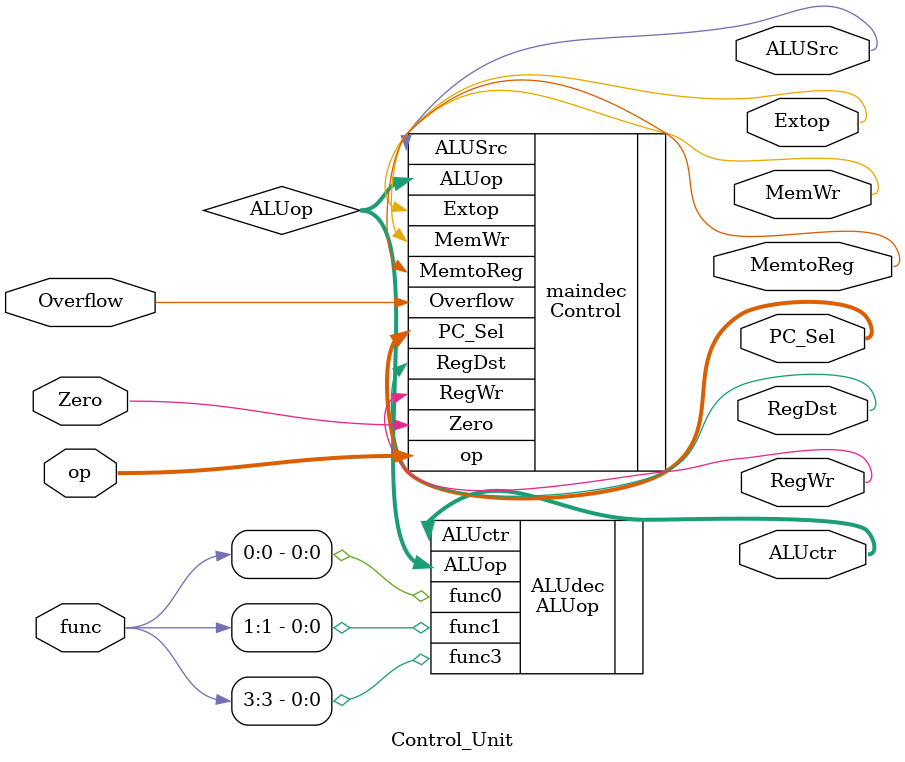
<source format=v>
`timescale 1ns / 1ps
module Control_Unit(
        input[5:0]op,func,
        input Zero,Overflow,
        output RegDst,RegWr,ALUSrc,MemWr,MemtoReg,Extop,
        output[1:0]PC_Sel,
        output[2:0]ALUctr
    );
    wire[2:0]ALUop;

    Control maindec(.op(op),
                    .Zero(Zero),
                    .Overflow(Overflow),
                    .RegDst(RegDst),
                    .RegWr(RegWr),
                    .ALUSrc(ALUSrc),
                    .MemWr(MemWr),
                    .MemtoReg(MemtoReg),
                    .ALUop(ALUop),
                    .PC_Sel(PC_Sel),
                    .Extop(Extop));

    ALUop ALUdec(.func1(func[1]),.func3(func[3]),.func0(func[0]),.ALUop(ALUop),.ALUctr(ALUctr));

endmodule

</source>
